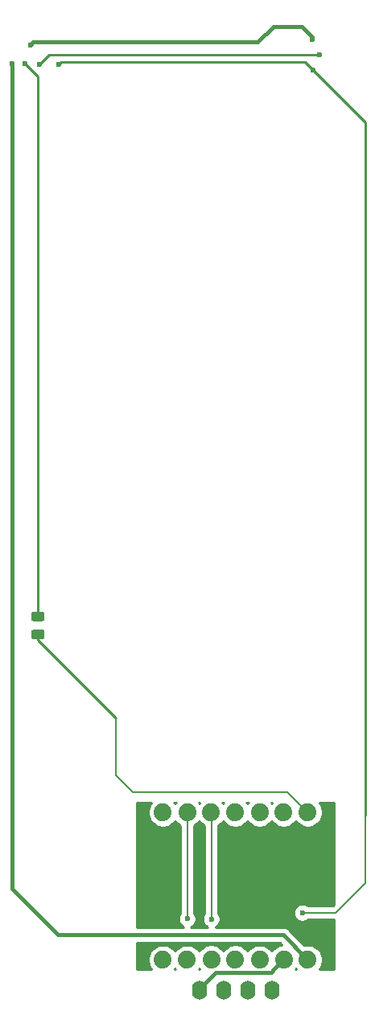
<source format=gbr>
G04 #@! TF.GenerationSoftware,KiCad,Pcbnew,(5.1.2)-1*
G04 #@! TF.CreationDate,2022-09-26T02:33:09+09:00*
G04 #@! TF.ProjectId,gopher_pilot_xiao,676f7068-6572-45f7-9069-6c6f745f7869,rev?*
G04 #@! TF.SameCoordinates,Original*
G04 #@! TF.FileFunction,Copper,L2,Bot*
G04 #@! TF.FilePolarity,Positive*
%FSLAX46Y46*%
G04 Gerber Fmt 4.6, Leading zero omitted, Abs format (unit mm)*
G04 Created by KiCad (PCBNEW (5.1.2)-1) date 2022-09-26 02:33:09*
%MOMM*%
%LPD*%
G04 APERTURE LIST*
%ADD10C,1.879600*%
%ADD11O,1.600000X2.000000*%
%ADD12C,0.100000*%
%ADD13C,0.975000*%
%ADD14C,0.600000*%
%ADD15C,0.250000*%
%ADD16C,0.400000*%
%ADD17C,0.200000*%
%ADD18C,0.254000*%
G04 APERTURE END LIST*
D10*
X125630000Y-167180000D03*
X123100000Y-167180000D03*
X120560000Y-167180000D03*
X118010000Y-167170000D03*
X115480000Y-167170000D03*
X112930000Y-167180000D03*
X110390000Y-167180000D03*
X110390000Y-151680000D03*
X112940000Y-151680000D03*
X115470000Y-151680000D03*
X118000000Y-151680000D03*
X120560000Y-151680000D03*
X123090000Y-151680000D03*
X125630000Y-151670000D03*
D11*
X116790000Y-170380000D03*
X114250000Y-170380000D03*
X119330000Y-170380000D03*
X121870000Y-170380000D03*
D12*
G36*
X97711342Y-130603074D02*
G01*
X97735003Y-130606584D01*
X97758207Y-130612396D01*
X97780729Y-130620454D01*
X97802353Y-130630682D01*
X97822870Y-130642979D01*
X97842083Y-130657229D01*
X97859807Y-130673293D01*
X97875871Y-130691017D01*
X97890121Y-130710230D01*
X97902418Y-130730747D01*
X97912646Y-130752371D01*
X97920704Y-130774893D01*
X97926516Y-130798097D01*
X97930026Y-130821758D01*
X97931200Y-130845650D01*
X97931200Y-131333150D01*
X97930026Y-131357042D01*
X97926516Y-131380703D01*
X97920704Y-131403907D01*
X97912646Y-131426429D01*
X97902418Y-131448053D01*
X97890121Y-131468570D01*
X97875871Y-131487783D01*
X97859807Y-131505507D01*
X97842083Y-131521571D01*
X97822870Y-131535821D01*
X97802353Y-131548118D01*
X97780729Y-131558346D01*
X97758207Y-131566404D01*
X97735003Y-131572216D01*
X97711342Y-131575726D01*
X97687450Y-131576900D01*
X96774950Y-131576900D01*
X96751058Y-131575726D01*
X96727397Y-131572216D01*
X96704193Y-131566404D01*
X96681671Y-131558346D01*
X96660047Y-131548118D01*
X96639530Y-131535821D01*
X96620317Y-131521571D01*
X96602593Y-131505507D01*
X96586529Y-131487783D01*
X96572279Y-131468570D01*
X96559982Y-131448053D01*
X96549754Y-131426429D01*
X96541696Y-131403907D01*
X96535884Y-131380703D01*
X96532374Y-131357042D01*
X96531200Y-131333150D01*
X96531200Y-130845650D01*
X96532374Y-130821758D01*
X96535884Y-130798097D01*
X96541696Y-130774893D01*
X96549754Y-130752371D01*
X96559982Y-130730747D01*
X96572279Y-130710230D01*
X96586529Y-130691017D01*
X96602593Y-130673293D01*
X96620317Y-130657229D01*
X96639530Y-130642979D01*
X96660047Y-130630682D01*
X96681671Y-130620454D01*
X96704193Y-130612396D01*
X96727397Y-130606584D01*
X96751058Y-130603074D01*
X96774950Y-130601900D01*
X97687450Y-130601900D01*
X97711342Y-130603074D01*
X97711342Y-130603074D01*
G37*
D13*
X97231200Y-131089400D03*
D12*
G36*
X97711342Y-132478074D02*
G01*
X97735003Y-132481584D01*
X97758207Y-132487396D01*
X97780729Y-132495454D01*
X97802353Y-132505682D01*
X97822870Y-132517979D01*
X97842083Y-132532229D01*
X97859807Y-132548293D01*
X97875871Y-132566017D01*
X97890121Y-132585230D01*
X97902418Y-132605747D01*
X97912646Y-132627371D01*
X97920704Y-132649893D01*
X97926516Y-132673097D01*
X97930026Y-132696758D01*
X97931200Y-132720650D01*
X97931200Y-133208150D01*
X97930026Y-133232042D01*
X97926516Y-133255703D01*
X97920704Y-133278907D01*
X97912646Y-133301429D01*
X97902418Y-133323053D01*
X97890121Y-133343570D01*
X97875871Y-133362783D01*
X97859807Y-133380507D01*
X97842083Y-133396571D01*
X97822870Y-133410821D01*
X97802353Y-133423118D01*
X97780729Y-133433346D01*
X97758207Y-133441404D01*
X97735003Y-133447216D01*
X97711342Y-133450726D01*
X97687450Y-133451900D01*
X96774950Y-133451900D01*
X96751058Y-133450726D01*
X96727397Y-133447216D01*
X96704193Y-133441404D01*
X96681671Y-133433346D01*
X96660047Y-133423118D01*
X96639530Y-133410821D01*
X96620317Y-133396571D01*
X96602593Y-133380507D01*
X96586529Y-133362783D01*
X96572279Y-133343570D01*
X96559982Y-133323053D01*
X96549754Y-133301429D01*
X96541696Y-133278907D01*
X96535884Y-133255703D01*
X96532374Y-133232042D01*
X96531200Y-133208150D01*
X96531200Y-132720650D01*
X96532374Y-132696758D01*
X96535884Y-132673097D01*
X96541696Y-132649893D01*
X96549754Y-132627371D01*
X96559982Y-132605747D01*
X96572279Y-132585230D01*
X96586529Y-132566017D01*
X96602593Y-132548293D01*
X96620317Y-132532229D01*
X96639530Y-132517979D01*
X96660047Y-132505682D01*
X96681671Y-132495454D01*
X96704193Y-132487396D01*
X96727397Y-132481584D01*
X96751058Y-132478074D01*
X96774950Y-132476900D01*
X97687450Y-132476900D01*
X97711342Y-132478074D01*
X97711342Y-132478074D01*
G37*
D13*
X97231200Y-132964400D03*
D14*
X99390200Y-73063100D03*
X126174500Y-73609200D03*
X125050000Y-162240000D03*
X97409000Y-72999600D03*
X126885700Y-72034400D03*
X95859600Y-72961500D03*
X94488000Y-72961500D03*
X96431100Y-70980300D03*
X126136400Y-70408800D03*
X112940000Y-162880000D03*
X115490000Y-162910000D03*
D15*
X126174500Y-73609200D02*
X131660900Y-79095600D01*
X131660900Y-79095600D02*
X131660900Y-152023700D01*
X99390200Y-73063100D02*
X99690199Y-72763101D01*
X125328401Y-72763101D02*
X126174500Y-73609200D01*
X99690199Y-72763101D02*
X125328401Y-72763101D01*
D16*
X122160201Y-168119799D02*
X123100000Y-167180000D01*
X121760199Y-168519801D02*
X122160201Y-168119799D01*
X115910199Y-168519801D02*
X121760199Y-168519801D01*
X114250000Y-170180000D02*
X115910199Y-168519801D01*
X114250000Y-170380000D02*
X114250000Y-170180000D01*
D17*
X131660900Y-152023700D02*
X131660900Y-159159100D01*
X131660900Y-159159100D02*
X128580000Y-162240000D01*
X128580000Y-162240000D02*
X125050000Y-162240000D01*
D15*
X97409000Y-72999600D02*
X98374200Y-72034400D01*
X98374200Y-72034400D02*
X126885700Y-72034400D01*
X95859600Y-72961500D02*
X97231200Y-74333100D01*
X97231200Y-74333100D02*
X97231200Y-127589280D01*
X97231200Y-127589280D02*
X97231200Y-131089400D01*
D16*
X96731099Y-70680301D02*
X120340399Y-70680301D01*
X96431100Y-70980300D02*
X96731099Y-70680301D01*
X120340399Y-70680301D02*
X122008900Y-69011800D01*
X122008900Y-69011800D02*
X125006100Y-69011800D01*
X125006100Y-69011800D02*
X126136400Y-70142100D01*
X126136400Y-70142100D02*
X126136400Y-70408800D01*
X94488000Y-72961500D02*
X94488000Y-151980900D01*
X116920000Y-170380000D02*
X116920000Y-170180000D01*
X125630000Y-167180000D02*
X123030000Y-164580000D01*
X123030000Y-164580000D02*
X99380000Y-164580000D01*
X94488000Y-159688000D02*
X94488000Y-151980900D01*
X99380000Y-164580000D02*
X94488000Y-159688000D01*
D15*
X97231200Y-133551900D02*
X105413840Y-141734540D01*
X97231200Y-132964400D02*
X97231200Y-133551900D01*
D17*
X105413840Y-141734540D02*
X105413840Y-147763840D01*
X105413840Y-147763840D02*
X107200000Y-149550000D01*
X123510000Y-149550000D02*
X125630000Y-151670000D01*
X107200000Y-149550000D02*
X123510000Y-149550000D01*
X119330000Y-170380000D02*
X119330000Y-170324906D01*
X112940000Y-162880000D02*
X112940000Y-151680000D01*
X115490000Y-151700000D02*
X115470000Y-151680000D01*
X115490000Y-162910000D02*
X115490000Y-151700000D01*
D18*
G36*
X128361365Y-161419189D02*
G01*
X128275554Y-161505000D01*
X125632951Y-161505000D01*
X125492889Y-161411414D01*
X125322729Y-161340932D01*
X125142089Y-161305000D01*
X124957911Y-161305000D01*
X124777271Y-161340932D01*
X124607111Y-161411414D01*
X124453972Y-161513738D01*
X124323738Y-161643972D01*
X124221414Y-161797111D01*
X124150932Y-161967271D01*
X124115000Y-162147911D01*
X124115000Y-162332089D01*
X124150932Y-162512729D01*
X124221414Y-162682889D01*
X124323738Y-162836028D01*
X124453972Y-162966262D01*
X124607111Y-163068586D01*
X124777271Y-163139068D01*
X124957911Y-163175000D01*
X125142089Y-163175000D01*
X125322729Y-163139068D01*
X125492889Y-163068586D01*
X125632951Y-162975000D01*
X128363985Y-162975000D01*
X128372786Y-168202939D01*
X126834898Y-168202206D01*
X126853227Y-168183877D01*
X127025570Y-167925948D01*
X127144282Y-167639352D01*
X127204800Y-167335104D01*
X127204800Y-167024896D01*
X127144282Y-166720648D01*
X127025570Y-166434052D01*
X126853227Y-166176123D01*
X126633877Y-165956773D01*
X126375948Y-165784430D01*
X126089352Y-165665718D01*
X125785104Y-165605200D01*
X125474896Y-165605200D01*
X125275691Y-165644824D01*
X123649446Y-164018579D01*
X123623291Y-163986709D01*
X123496146Y-163882364D01*
X123351087Y-163804828D01*
X123193689Y-163757082D01*
X123071019Y-163745000D01*
X123071018Y-163745000D01*
X123030000Y-163740960D01*
X122988982Y-163745000D01*
X115917404Y-163745000D01*
X115932889Y-163738586D01*
X116086028Y-163636262D01*
X116216262Y-163506028D01*
X116318586Y-163352889D01*
X116389068Y-163182729D01*
X116425000Y-163002089D01*
X116425000Y-162817911D01*
X116389068Y-162637271D01*
X116318586Y-162467111D01*
X116225000Y-162327049D01*
X116225000Y-153069522D01*
X116473877Y-152903227D01*
X116693227Y-152683877D01*
X116735000Y-152621359D01*
X116776773Y-152683877D01*
X116996123Y-152903227D01*
X117254052Y-153075570D01*
X117540648Y-153194282D01*
X117844896Y-153254800D01*
X118155104Y-153254800D01*
X118459352Y-153194282D01*
X118745948Y-153075570D01*
X119003877Y-152903227D01*
X119223227Y-152683877D01*
X119280000Y-152598910D01*
X119336773Y-152683877D01*
X119556123Y-152903227D01*
X119814052Y-153075570D01*
X120100648Y-153194282D01*
X120404896Y-153254800D01*
X120715104Y-153254800D01*
X121019352Y-153194282D01*
X121305948Y-153075570D01*
X121563877Y-152903227D01*
X121783227Y-152683877D01*
X121825000Y-152621359D01*
X121866773Y-152683877D01*
X122086123Y-152903227D01*
X122344052Y-153075570D01*
X122630648Y-153194282D01*
X122934896Y-153254800D01*
X123245104Y-153254800D01*
X123549352Y-153194282D01*
X123835948Y-153075570D01*
X124093877Y-152903227D01*
X124313227Y-152683877D01*
X124363341Y-152608876D01*
X124406773Y-152673877D01*
X124626123Y-152893227D01*
X124884052Y-153065570D01*
X125170648Y-153184282D01*
X125474896Y-153244800D01*
X125785104Y-153244800D01*
X126089352Y-153184282D01*
X126375948Y-153065570D01*
X126633877Y-152893227D01*
X126853227Y-152673877D01*
X127025570Y-152415948D01*
X127144282Y-152129352D01*
X127204800Y-151825104D01*
X127204800Y-151514896D01*
X127144282Y-151210648D01*
X127025570Y-150924052D01*
X126853227Y-150666123D01*
X126824104Y-150637000D01*
X128343213Y-150637000D01*
X128361365Y-161419189D01*
X128361365Y-161419189D01*
G37*
X128361365Y-161419189D02*
X128275554Y-161505000D01*
X125632951Y-161505000D01*
X125492889Y-161411414D01*
X125322729Y-161340932D01*
X125142089Y-161305000D01*
X124957911Y-161305000D01*
X124777271Y-161340932D01*
X124607111Y-161411414D01*
X124453972Y-161513738D01*
X124323738Y-161643972D01*
X124221414Y-161797111D01*
X124150932Y-161967271D01*
X124115000Y-162147911D01*
X124115000Y-162332089D01*
X124150932Y-162512729D01*
X124221414Y-162682889D01*
X124323738Y-162836028D01*
X124453972Y-162966262D01*
X124607111Y-163068586D01*
X124777271Y-163139068D01*
X124957911Y-163175000D01*
X125142089Y-163175000D01*
X125322729Y-163139068D01*
X125492889Y-163068586D01*
X125632951Y-162975000D01*
X128363985Y-162975000D01*
X128372786Y-168202939D01*
X126834898Y-168202206D01*
X126853227Y-168183877D01*
X127025570Y-167925948D01*
X127144282Y-167639352D01*
X127204800Y-167335104D01*
X127204800Y-167024896D01*
X127144282Y-166720648D01*
X127025570Y-166434052D01*
X126853227Y-166176123D01*
X126633877Y-165956773D01*
X126375948Y-165784430D01*
X126089352Y-165665718D01*
X125785104Y-165605200D01*
X125474896Y-165605200D01*
X125275691Y-165644824D01*
X123649446Y-164018579D01*
X123623291Y-163986709D01*
X123496146Y-163882364D01*
X123351087Y-163804828D01*
X123193689Y-163757082D01*
X123071019Y-163745000D01*
X123071018Y-163745000D01*
X123030000Y-163740960D01*
X122988982Y-163745000D01*
X115917404Y-163745000D01*
X115932889Y-163738586D01*
X116086028Y-163636262D01*
X116216262Y-163506028D01*
X116318586Y-163352889D01*
X116389068Y-163182729D01*
X116425000Y-163002089D01*
X116425000Y-162817911D01*
X116389068Y-162637271D01*
X116318586Y-162467111D01*
X116225000Y-162327049D01*
X116225000Y-153069522D01*
X116473877Y-152903227D01*
X116693227Y-152683877D01*
X116735000Y-152621359D01*
X116776773Y-152683877D01*
X116996123Y-152903227D01*
X117254052Y-153075570D01*
X117540648Y-153194282D01*
X117844896Y-153254800D01*
X118155104Y-153254800D01*
X118459352Y-153194282D01*
X118745948Y-153075570D01*
X119003877Y-152903227D01*
X119223227Y-152683877D01*
X119280000Y-152598910D01*
X119336773Y-152683877D01*
X119556123Y-152903227D01*
X119814052Y-153075570D01*
X120100648Y-153194282D01*
X120404896Y-153254800D01*
X120715104Y-153254800D01*
X121019352Y-153194282D01*
X121305948Y-153075570D01*
X121563877Y-152903227D01*
X121783227Y-152683877D01*
X121825000Y-152621359D01*
X121866773Y-152683877D01*
X122086123Y-152903227D01*
X122344052Y-153075570D01*
X122630648Y-153194282D01*
X122934896Y-153254800D01*
X123245104Y-153254800D01*
X123549352Y-153194282D01*
X123835948Y-153075570D01*
X124093877Y-152903227D01*
X124313227Y-152683877D01*
X124363341Y-152608876D01*
X124406773Y-152673877D01*
X124626123Y-152893227D01*
X124884052Y-153065570D01*
X125170648Y-153184282D01*
X125474896Y-153244800D01*
X125785104Y-153244800D01*
X126089352Y-153184282D01*
X126375948Y-153065570D01*
X126633877Y-152893227D01*
X126853227Y-152673877D01*
X127025570Y-152415948D01*
X127144282Y-152129352D01*
X127204800Y-151825104D01*
X127204800Y-151514896D01*
X127144282Y-151210648D01*
X127025570Y-150924052D01*
X126853227Y-150666123D01*
X126824104Y-150637000D01*
X128343213Y-150637000D01*
X128361365Y-161419189D01*
G36*
X124406773Y-168183877D02*
G01*
X124423953Y-168201057D01*
X124306103Y-168201001D01*
X124323227Y-168183877D01*
X124365000Y-168121359D01*
X124406773Y-168183877D01*
X124406773Y-168183877D01*
G37*
X124406773Y-168183877D02*
X124423953Y-168201057D01*
X124306103Y-168201001D01*
X124323227Y-168183877D01*
X124365000Y-168121359D01*
X124406773Y-168183877D01*
G36*
X114256773Y-168173877D02*
G01*
X114279118Y-168196222D01*
X114140948Y-168196156D01*
X114153227Y-168183877D01*
X114208341Y-168101393D01*
X114256773Y-168173877D01*
X114256773Y-168173877D01*
G37*
X114256773Y-168173877D02*
X114279118Y-168196222D01*
X114140948Y-168196156D01*
X114153227Y-168183877D01*
X114208341Y-168101393D01*
X114256773Y-168173877D01*
G36*
X111706773Y-168183877D02*
G01*
X111717897Y-168195001D01*
X111602158Y-168194946D01*
X111613227Y-168183877D01*
X111660000Y-168113876D01*
X111706773Y-168183877D01*
X111706773Y-168183877D01*
G37*
X111706773Y-168183877D02*
X111717897Y-168195001D01*
X111602158Y-168194946D01*
X111613227Y-168183877D01*
X111660000Y-168113876D01*
X111706773Y-168183877D01*
G36*
X122886040Y-165616907D02*
G01*
X122640648Y-165665718D01*
X122354052Y-165784430D01*
X122096123Y-165956773D01*
X121876773Y-166176123D01*
X121830000Y-166246124D01*
X121783227Y-166176123D01*
X121563877Y-165956773D01*
X121305948Y-165784430D01*
X121019352Y-165665718D01*
X120715104Y-165605200D01*
X120404896Y-165605200D01*
X120100648Y-165665718D01*
X119814052Y-165784430D01*
X119556123Y-165956773D01*
X119336773Y-166176123D01*
X119288341Y-166248607D01*
X119233227Y-166166123D01*
X119013877Y-165946773D01*
X118755948Y-165774430D01*
X118469352Y-165655718D01*
X118165104Y-165595200D01*
X117854896Y-165595200D01*
X117550648Y-165655718D01*
X117264052Y-165774430D01*
X117006123Y-165946773D01*
X116786773Y-166166123D01*
X116745000Y-166228641D01*
X116703227Y-166166123D01*
X116483877Y-165946773D01*
X116225948Y-165774430D01*
X115939352Y-165655718D01*
X115635104Y-165595200D01*
X115324896Y-165595200D01*
X115020648Y-165655718D01*
X114734052Y-165774430D01*
X114476123Y-165946773D01*
X114256773Y-166166123D01*
X114201659Y-166248607D01*
X114153227Y-166176123D01*
X113933877Y-165956773D01*
X113675948Y-165784430D01*
X113389352Y-165665718D01*
X113085104Y-165605200D01*
X112774896Y-165605200D01*
X112470648Y-165665718D01*
X112184052Y-165784430D01*
X111926123Y-165956773D01*
X111706773Y-166176123D01*
X111660000Y-166246124D01*
X111613227Y-166176123D01*
X111393877Y-165956773D01*
X111135948Y-165784430D01*
X110849352Y-165665718D01*
X110545104Y-165605200D01*
X110234896Y-165605200D01*
X109930648Y-165665718D01*
X109644052Y-165784430D01*
X109386123Y-165956773D01*
X109166773Y-166176123D01*
X108994430Y-166434052D01*
X108875718Y-166720648D01*
X108815200Y-167024896D01*
X108815200Y-167335104D01*
X108875718Y-167639352D01*
X108994430Y-167925948D01*
X109166773Y-168183877D01*
X109176686Y-168193790D01*
X107647000Y-168193061D01*
X107647000Y-165415000D01*
X122684133Y-165415000D01*
X122886040Y-165616907D01*
X122886040Y-165616907D01*
G37*
X122886040Y-165616907D02*
X122640648Y-165665718D01*
X122354052Y-165784430D01*
X122096123Y-165956773D01*
X121876773Y-166176123D01*
X121830000Y-166246124D01*
X121783227Y-166176123D01*
X121563877Y-165956773D01*
X121305948Y-165784430D01*
X121019352Y-165665718D01*
X120715104Y-165605200D01*
X120404896Y-165605200D01*
X120100648Y-165665718D01*
X119814052Y-165784430D01*
X119556123Y-165956773D01*
X119336773Y-166176123D01*
X119288341Y-166248607D01*
X119233227Y-166166123D01*
X119013877Y-165946773D01*
X118755948Y-165774430D01*
X118469352Y-165655718D01*
X118165104Y-165595200D01*
X117854896Y-165595200D01*
X117550648Y-165655718D01*
X117264052Y-165774430D01*
X117006123Y-165946773D01*
X116786773Y-166166123D01*
X116745000Y-166228641D01*
X116703227Y-166166123D01*
X116483877Y-165946773D01*
X116225948Y-165774430D01*
X115939352Y-165655718D01*
X115635104Y-165595200D01*
X115324896Y-165595200D01*
X115020648Y-165655718D01*
X114734052Y-165774430D01*
X114476123Y-165946773D01*
X114256773Y-166166123D01*
X114201659Y-166248607D01*
X114153227Y-166176123D01*
X113933877Y-165956773D01*
X113675948Y-165784430D01*
X113389352Y-165665718D01*
X113085104Y-165605200D01*
X112774896Y-165605200D01*
X112470648Y-165665718D01*
X112184052Y-165784430D01*
X111926123Y-165956773D01*
X111706773Y-166176123D01*
X111660000Y-166246124D01*
X111613227Y-166176123D01*
X111393877Y-165956773D01*
X111135948Y-165784430D01*
X110849352Y-165665718D01*
X110545104Y-165605200D01*
X110234896Y-165605200D01*
X109930648Y-165665718D01*
X109644052Y-165784430D01*
X109386123Y-165956773D01*
X109166773Y-166176123D01*
X108994430Y-166434052D01*
X108875718Y-166720648D01*
X108815200Y-167024896D01*
X108815200Y-167335104D01*
X108875718Y-167639352D01*
X108994430Y-167925948D01*
X109166773Y-168183877D01*
X109176686Y-168193790D01*
X107647000Y-168193061D01*
X107647000Y-165415000D01*
X122684133Y-165415000D01*
X122886040Y-165616907D01*
G36*
X114246773Y-152683877D02*
G01*
X114466123Y-152903227D01*
X114724052Y-153075570D01*
X114755001Y-153088389D01*
X114755000Y-162327049D01*
X114661414Y-162467111D01*
X114590932Y-162637271D01*
X114555000Y-162817911D01*
X114555000Y-163002089D01*
X114590932Y-163182729D01*
X114661414Y-163352889D01*
X114763738Y-163506028D01*
X114893972Y-163636262D01*
X115047111Y-163738586D01*
X115062596Y-163745000D01*
X113294977Y-163745000D01*
X113382889Y-163708586D01*
X113536028Y-163606262D01*
X113666262Y-163476028D01*
X113768586Y-163322889D01*
X113839068Y-163152729D01*
X113875000Y-162972089D01*
X113875000Y-162787911D01*
X113839068Y-162607271D01*
X113768586Y-162437111D01*
X113675000Y-162297049D01*
X113675000Y-153080105D01*
X113685948Y-153075570D01*
X113943877Y-152903227D01*
X114163227Y-152683877D01*
X114205000Y-152621359D01*
X114246773Y-152683877D01*
X114246773Y-152683877D01*
G37*
X114246773Y-152683877D02*
X114466123Y-152903227D01*
X114724052Y-153075570D01*
X114755001Y-153088389D01*
X114755000Y-162327049D01*
X114661414Y-162467111D01*
X114590932Y-162637271D01*
X114555000Y-162817911D01*
X114555000Y-163002089D01*
X114590932Y-163182729D01*
X114661414Y-163352889D01*
X114763738Y-163506028D01*
X114893972Y-163636262D01*
X115047111Y-163738586D01*
X115062596Y-163745000D01*
X113294977Y-163745000D01*
X113382889Y-163708586D01*
X113536028Y-163606262D01*
X113666262Y-163476028D01*
X113768586Y-163322889D01*
X113839068Y-163152729D01*
X113875000Y-162972089D01*
X113875000Y-162787911D01*
X113839068Y-162607271D01*
X113768586Y-162437111D01*
X113675000Y-162297049D01*
X113675000Y-153080105D01*
X113685948Y-153075570D01*
X113943877Y-152903227D01*
X114163227Y-152683877D01*
X114205000Y-152621359D01*
X114246773Y-152683877D01*
G36*
X109166773Y-150676123D02*
G01*
X108994430Y-150934052D01*
X108875718Y-151220648D01*
X108815200Y-151524896D01*
X108815200Y-151835104D01*
X108875718Y-152139352D01*
X108994430Y-152425948D01*
X109166773Y-152683877D01*
X109386123Y-152903227D01*
X109644052Y-153075570D01*
X109930648Y-153194282D01*
X110234896Y-153254800D01*
X110545104Y-153254800D01*
X110849352Y-153194282D01*
X111135948Y-153075570D01*
X111393877Y-152903227D01*
X111613227Y-152683877D01*
X111665000Y-152606393D01*
X111716773Y-152683877D01*
X111936123Y-152903227D01*
X112194052Y-153075570D01*
X112205001Y-153080105D01*
X112205000Y-162297049D01*
X112111414Y-162437111D01*
X112040932Y-162607271D01*
X112005000Y-162787911D01*
X112005000Y-162972089D01*
X112040932Y-163152729D01*
X112111414Y-163322889D01*
X112213738Y-163476028D01*
X112343972Y-163606262D01*
X112497111Y-163708586D01*
X112585023Y-163745000D01*
X107647000Y-163745000D01*
X107647000Y-150637000D01*
X109205896Y-150637000D01*
X109166773Y-150676123D01*
X109166773Y-150676123D01*
G37*
X109166773Y-150676123D02*
X108994430Y-150934052D01*
X108875718Y-151220648D01*
X108815200Y-151524896D01*
X108815200Y-151835104D01*
X108875718Y-152139352D01*
X108994430Y-152425948D01*
X109166773Y-152683877D01*
X109386123Y-152903227D01*
X109644052Y-153075570D01*
X109930648Y-153194282D01*
X110234896Y-153254800D01*
X110545104Y-153254800D01*
X110849352Y-153194282D01*
X111135948Y-153075570D01*
X111393877Y-152903227D01*
X111613227Y-152683877D01*
X111665000Y-152606393D01*
X111716773Y-152683877D01*
X111936123Y-152903227D01*
X112194052Y-153075570D01*
X112205001Y-153080105D01*
X112205000Y-162297049D01*
X112111414Y-162437111D01*
X112040932Y-162607271D01*
X112005000Y-162787911D01*
X112005000Y-162972089D01*
X112040932Y-163152729D01*
X112111414Y-163322889D01*
X112213738Y-163476028D01*
X112343972Y-163606262D01*
X112497111Y-163708586D01*
X112585023Y-163745000D01*
X107647000Y-163745000D01*
X107647000Y-150637000D01*
X109205896Y-150637000D01*
X109166773Y-150676123D01*
G36*
X119336773Y-150676123D02*
G01*
X119280000Y-150761090D01*
X119223227Y-150676123D01*
X119184104Y-150637000D01*
X119375896Y-150637000D01*
X119336773Y-150676123D01*
X119336773Y-150676123D01*
G37*
X119336773Y-150676123D02*
X119280000Y-150761090D01*
X119223227Y-150676123D01*
X119184104Y-150637000D01*
X119375896Y-150637000D01*
X119336773Y-150676123D01*
G36*
X111716773Y-150676123D02*
G01*
X111665000Y-150753607D01*
X111613227Y-150676123D01*
X111574104Y-150637000D01*
X111755896Y-150637000D01*
X111716773Y-150676123D01*
X111716773Y-150676123D01*
G37*
X111716773Y-150676123D02*
X111665000Y-150753607D01*
X111613227Y-150676123D01*
X111574104Y-150637000D01*
X111755896Y-150637000D01*
X111716773Y-150676123D01*
G36*
X114246773Y-150676123D02*
G01*
X114205000Y-150738641D01*
X114163227Y-150676123D01*
X114124104Y-150637000D01*
X114285896Y-150637000D01*
X114246773Y-150676123D01*
X114246773Y-150676123D01*
G37*
X114246773Y-150676123D02*
X114205000Y-150738641D01*
X114163227Y-150676123D01*
X114124104Y-150637000D01*
X114285896Y-150637000D01*
X114246773Y-150676123D01*
G36*
X116776773Y-150676123D02*
G01*
X116735000Y-150738641D01*
X116693227Y-150676123D01*
X116654104Y-150637000D01*
X116815896Y-150637000D01*
X116776773Y-150676123D01*
X116776773Y-150676123D01*
G37*
X116776773Y-150676123D02*
X116735000Y-150738641D01*
X116693227Y-150676123D01*
X116654104Y-150637000D01*
X116815896Y-150637000D01*
X116776773Y-150676123D01*
G36*
X121866773Y-150676123D02*
G01*
X121825000Y-150738641D01*
X121783227Y-150676123D01*
X121744104Y-150637000D01*
X121905896Y-150637000D01*
X121866773Y-150676123D01*
X121866773Y-150676123D01*
G37*
X121866773Y-150676123D02*
X121825000Y-150738641D01*
X121783227Y-150676123D01*
X121744104Y-150637000D01*
X121905896Y-150637000D01*
X121866773Y-150676123D01*
M02*

</source>
